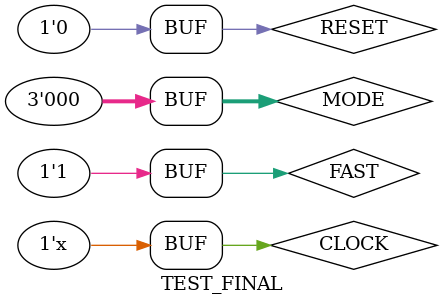
<source format=v>
`timescale 1ns / 1ps


module TEST_FINAL;

	// Inputs
	reg CLOCK;
	reg RESET;
	reg [2:0] MODE;
	reg FAST;

	// Outputs
	wire [7:0] LED;
	always #15 CLOCK = ~CLOCK;
	// Instantiate the Unit Under Test (UUT)
	Top uut (
		.CLOCK(CLOCK), 
		.RESET(RESET), 
		.MODE(MODE), 
		.LED(LED), 
		.FAST(FAST)
	);

	initial begin
		// Initialize Inputs
		CLOCK = 0;
		RESET = 1;
		MODE = 0;
		FAST = 1;

		// Wait 100 ns for global reset to finish
		#100;
      RESET = 0; 
		// Add stimulus here

	end
      
endmodule


</source>
